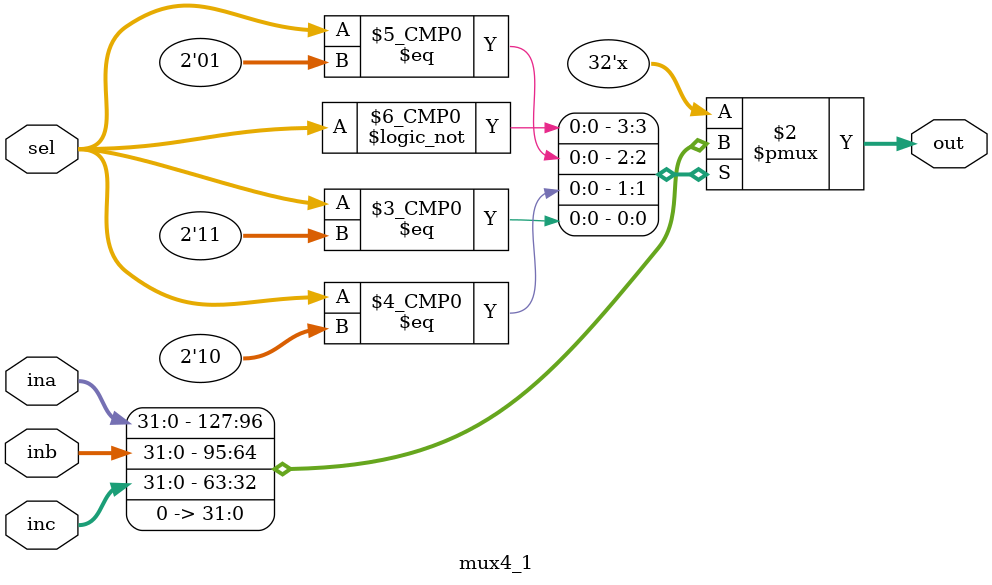
<source format=v>
`timescale 1ns / 1ps


module mux4_1(ina, inb, inc, sel, out);
    input [31:0] ina, inb, inc;
    input [1:0] sel;
    output reg[31:0] out;
    always @(ina, inb, inc, sel)
        begin
            case (sel)
                2'b00: out = ina;
                2'b01: out = inb;
                2'b10: out = inc;
                2'b11: out = 0;
            endcase
        end
endmodule

</source>
